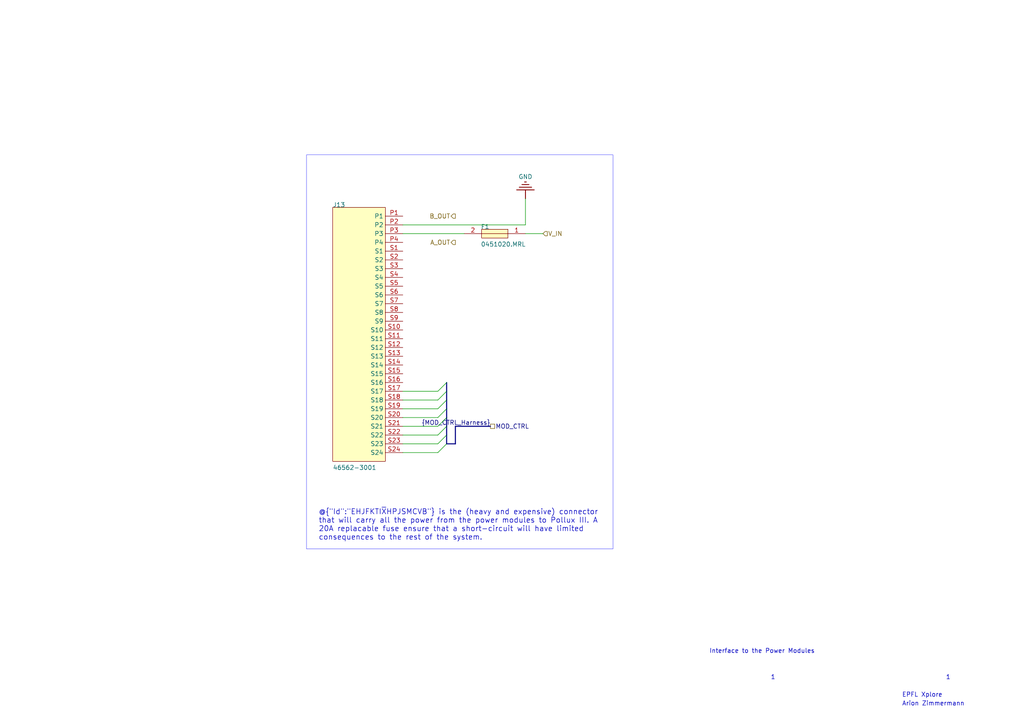
<source format=kicad_sch>
(kicad_sch (version 20250114) (generator "eeschema") (generator_version "9.0")
  (paper "A4")
  (lib_symbols
    (symbol "PolluxIII-altium-import:GND_POWER_GROUND" (power)
      (property "Value" "GND" (at 0 -6.35 0))
      (symbol "GND_POWER_GROUND_0_0"
        (polyline (pts (xy -2.54 -2.54) (xy 2.54 -2.54)) (stroke (width 0.254)))
        (polyline (pts (xy -1.778 -3.302) (xy 1.778 -3.302)) (stroke (width 0.254)))
        (polyline (pts (xy -1.016 -4.064) (xy 1.016 -4.064)) (stroke (width 0.254)))
        (polyline (pts (xy -0.254 -4.826) (xy 0.254 -4.826)) (stroke (width 0.254)))
        (polyline (pts (xy 0 0) (xy 0 -2.54)) (stroke (width 0.254)))
        (pin power_in line (at 0 0 0) (length 0) (hide yes) (name "GND") (number ""))
      )
    )
    (symbol "PolluxIII-altium-import:HV_0_46562-3001_SamacSys.SchLib"
      (symbol "HV_0_46562-3001_SamacSys.SchLib_1_0"
        (rectangle (start 0 35.56) (end -15.24 -38.1) (stroke (width 0) (color 128 0 0 1)) (fill (type background)))
        (pin passive line (at 5.08 33.02 180) (length 5.08) (name "P1") (number "P1"))
        (pin passive line (at 5.08 30.48 180) (length 5.08) (name "P2") (number "P2"))
        (pin passive line (at 5.08 27.94 180) (length 5.08) (name "P3") (number "P3"))
        (pin passive line (at 5.08 25.4 180) (length 5.08) (name "P4") (number "P4"))
        (pin passive line (at 5.08 22.86 180) (length 5.08) (name "S1") (number "S1"))
        (pin passive line (at 5.08 20.32 180) (length 5.08) (name "S2") (number "S2"))
        (pin passive line (at 5.08 17.78 180) (length 5.08) (name "S3") (number "S3"))
        (pin passive line (at 5.08 15.24 180) (length 5.08) (name "S4") (number "S4"))
        (pin passive line (at 5.08 12.7 180) (length 5.08) (name "S5") (number "S5"))
        (pin passive line (at 5.08 10.16 180) (length 5.08) (name "S6") (number "S6"))
        (pin passive line (at 5.08 7.62 180) (length 5.08) (name "S7") (number "S7"))
        (pin passive line (at 5.08 5.08 180) (length 5.08) (name "S8") (number "S8"))
        (pin passive line (at 5.08 2.54 180) (length 5.08) (name "S9") (number "S9"))
        (pin passive line (at 5.08 0 180) (length 5.08) (name "S10") (number "S10"))
        (pin passive line (at 5.08 -2.54 180) (length 5.08) (name "S11") (number "S11"))
        (pin passive line (at 5.08 -5.08 180) (length 5.08) (name "S12") (number "S12"))
        (pin passive line (at 5.08 -7.62 180) (length 5.08) (name "S13") (number "S13"))
        (pin passive line (at 5.08 -10.16 180) (length 5.08) (name "S14") (number "S14"))
        (pin passive line (at 5.08 -12.7 180) (length 5.08) (name "S15") (number "S15"))
        (pin passive line (at 5.08 -15.24 180) (length 5.08) (name "S16") (number "S16"))
        (pin passive line (at 5.08 -17.78 180) (length 5.08) (name "S17") (number "S17"))
        (pin passive line (at 5.08 -20.32 180) (length 5.08) (name "S18") (number "S18"))
        (pin passive line (at 5.08 -22.86 180) (length 5.08) (name "S19") (number "S19"))
        (pin passive line (at 5.08 -25.4 180) (length 5.08) (name "S20") (number "S20"))
        (pin passive line (at 5.08 -27.94 180) (length 5.08) (name "S21") (number "S21"))
        (pin passive line (at 5.08 -30.48 180) (length 5.08) (name "S22") (number "S22"))
        (pin passive line (at 5.08 -33.02 180) (length 5.08) (name "S23") (number "S23"))
        (pin passive line (at 5.08 -35.56 180) (length 5.08) (name "S24") (number "S24"))
      )
    )
    (symbol "PolluxIII-altium-import:HV_2_0451020.MRL_SamacSys.SchLib" (pin_names (hide yes))
      (symbol "HV_2_0451020.MRL_SamacSys.SchLib_1_0"
        (rectangle (start -5.08 1.27) (end -12.7 -1.27) (stroke (width 0) (color 128 0 0 1)) (fill (type background)))
        (polyline (pts (xy -5.08 0) (xy -12.7 0)))
        (pin passive line (at -17.78 0 0) (length 5.08) (name "2") (number "2"))
        (pin passive line (at 0 0 180) (length 5.08) (name "1") (number "1"))
      )
    )
  )
  (bus_alias "MOD_CTRL_Harness" (members "B_SHDN" "A_SHDN" "B_CTRL" "A_CTRL" "GND" "SCL" "SDA" "3V3"))
  (rectangle (start 177.8 44.9072) (end 88.9 159.2072) (stroke (width 0.0254) (color 0 0 255 1)))
  (text "EPFL Xplore" (at 261.62 202.3872 0) (effects (font (size 1.27 1.27)) (justify left bottom)))
  (text "1" (at 274.32 197.3072 0) (effects (font (size 1.27 1.27)) (justify left bottom)))
  (text "Interface to the Power Modules" (at 205.74 189.6872 0) (effects (font (size 1.27 1.27)) (justify left bottom)))
  (text "1" (at 223.52 197.3072 0) (effects (font (size 1.27 1.27)) (justify left bottom)))
  (text "Arion Zimmermann" (at 261.62 204.9272 0) (effects (font (size 1.27 1.27)) (justify left bottom)))
  (text_box "@{\"Id\":\"EHJFKTI~{X}HPJSMCVB\"} is the (heavy and expensive) connector that will carry all the power from the power modules to Pollux III. A 20A replacable fuse ensure that a short-circuit will have limited consequences to the rest of the system." (at 175.26 146.5072 0) (size -83.82 12.7) (margins 0.9525 0.9525 0.9525 0.9525) (stroke (width -0.0001) (color 0 0 0 1)) (effects (font (size 1.524 1.524)) (justify left top)))
  (bus_entry (at 127 131.2672) (size 2.54 -2.54))
  (bus_entry (at 127 118.5672) (size 2.54 -2.54))
  (bus_entry (at 127 121.1072) (size 2.54 -2.54))
  (bus_entry (at 127 116.0272) (size 2.54 -2.54))
  (bus_entry (at 127 123.6472) (size 2.54 -2.54))
  (bus_entry (at 127 113.4872) (size 2.54 -2.54))
  (bus_entry (at 127 128.7272) (size 2.54 -2.54))
  (bus_entry (at 127 126.1872) (size 2.54 -2.54))
  (wire (pts (xy 116.84 121.1072) (xy 127 121.1072)))
  (wire (pts (xy 127 128.7272) (xy 116.84 128.7272)))
  (bus (pts (xy 129.54 116.0272) (xy 129.54 113.4872)))
  (wire (pts (xy 134.62 67.7672) (xy 116.84 67.7672)))
  (wire (pts (xy 127 123.6472) (xy 116.84 123.6472)))
  (wire (pts (xy 127 118.5672) (xy 116.84 118.5672)))
  (wire (pts (xy 127 113.4872) (xy 116.84 113.4872)))
  (wire (pts (xy 127 126.1872) (xy 116.84 126.1872)))
  (wire (pts (xy 152.4 65.2272) (xy 152.4 57.6072)))
  (bus (pts (xy 132.08 123.6472) (xy 142.24 123.6472)))
  (bus (pts (xy 132.08 128.7272) (xy 132.08 123.6472)))
  (bus (pts (xy 129.54 123.6472) (xy 129.54 121.1072)))
  (bus (pts (xy 129.54 121.1072) (xy 129.54 118.5672)))
  (wire (pts (xy 116.84 116.0272) (xy 127 116.0272)))
  (wire (pts (xy 152.4 67.7672) (xy 157.48 67.7672)))
  (bus (pts (xy 129.54 113.4872) (xy 129.54 110.9472)))
  (bus (pts (xy 129.54 118.5672) (xy 129.54 116.0272)))
  (bus (pts (xy 129.54 126.1872) (xy 129.54 123.6472)))
  (bus (pts (xy 129.54 128.7272) (xy 129.54 126.1872)))
  (wire (pts (xy 127 131.2672) (xy 116.84 131.2672)))
  (wire (pts (xy 116.84 65.2272) (xy 152.4 65.2272)))
  (bus (pts (xy 129.54 128.7272) (xy 132.08 128.7272)))
  (label "{MOD_CTRL_Harness}" (at 142.24 123.6472 180))
  (hierarchical_label "V_IN" (shape input) (at 157.48 67.7672 0))
  (hierarchical_label "MOD_CTRL" (shape passive) (at 142.24 123.6472 0))
  (hierarchical_label "B_OUT" (shape output) (at 132.08 62.6872 180))
  (hierarchical_label "A_OUT" (shape output) (at 132.08 70.3072 180))
  (symbol (lib_id "PolluxIII-altium-import:HV_2_0451020.MRL_SamacSys.SchLib") (at 152.4 67.7672 0) (unit 0)
    (property "Reference" "F1" (at 139.446 66.4972 0) (effects (justify left bottom)))
    (property "Value" "0451020.MRL" (at 139.446 71.5772 0) (effects (justify left bottom)))
    (property "Footprint" "C__Users_Arion_Documents_AltiumLL_SamacSys.PcbLib:FUSC6127X294N" (effects (hide yes)))
    (property "Description" "Fuse" (effects (hide yes)))
    (property "DATASHEET LINK" "https://m.littelfuse.com/~/media/electronics/datasheets/fuses/littelfuse_fuse_451_453_datasheet.pdf.pdf" (effects (hide yes)))
    (property "HEIGHT" "2.94mm" (effects (hide yes)))
    (property "MANUFACTURER_NAME" "LITTELFUSE" (effects (hide yes)))
    (property "MANUFACTURER_PART_NUMBER" "0451020.MRL" (effects (hide yes)))
    (property "MOUSER PART NUMBER" "576-0451020.MRL" (effects (hide yes)))
    (property "MOUSER PRICE/STOCK" "https://www.mouser.co.uk/ProductDetail/Littelfuse/0451020MRL?qs=ZaMXuU%252B6JZZbQqgd%2F3uvYw%3D%3D" (effects (hide yes)))
    (property "ARROW PART NUMBER" "0451020.MRL" (effects (hide yes)))
    (property "ARROW PRICE/STOCK" "https://www.arrow.com/en/products/0451020.mrl/littelfuse" (effects (hide yes)))
  )
  (symbol (lib_id "PolluxIII-altium-import:HV_0_46562-3001_SamacSys.SchLib") (at 111.76 95.7072 0) (unit 0)
    (property "Reference" "J13" (at 96.52 60.1472 0) (effects (justify left bottom)))
    (property "Value" "46562-3001" (at 96.52 136.3472 0) (effects (justify left bottom)))
    (property "Footprint" "465623001" (effects (hide yes)))
    (property "Description" "Connector" (effects (hide yes)))
    (property "SYSTEM" "Connector" (effects (hide yes)))
  )
  (symbol (lib_id "PolluxIII-altium-import:GND_POWER_GROUND") (at 152.4 57.6072 180) (unit 1)
    (property "Reference" "#PWR?" (effects (hide yes)))
    (property "Value" "GND" (at 152.4 51.2572 0))
  )
)
</source>
